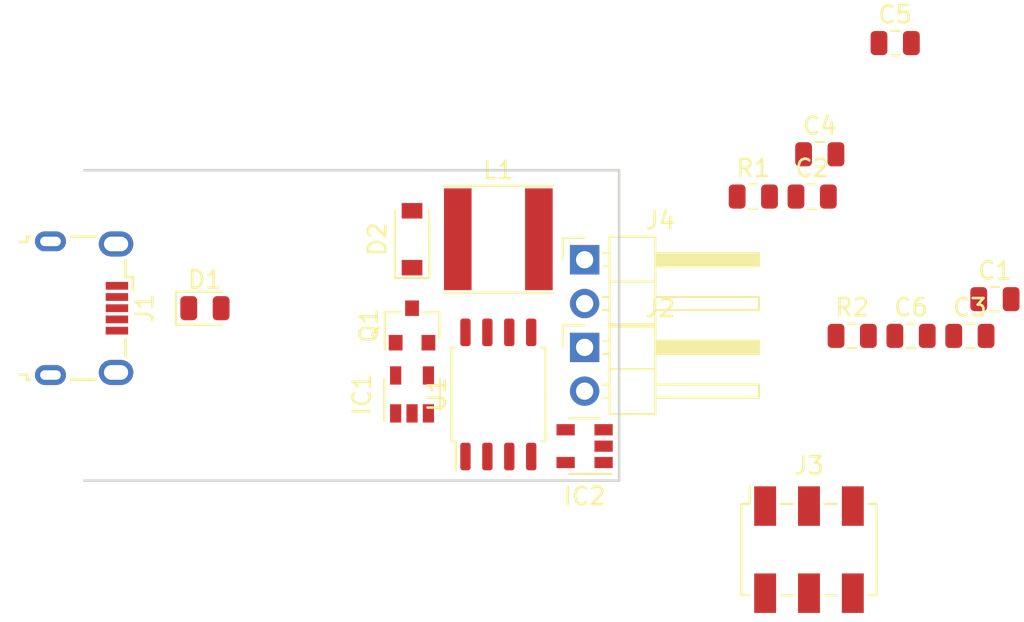
<source format=kicad_pcb>
(kicad_pcb (version 20171130) (host pcbnew "(5.0.0)")

  (general
    (thickness 1.6)
    (drawings 3)
    (tracks 0)
    (zones 0)
    (modules 19)
    (nets 15)
  )

  (page A4)
  (layers
    (0 F.Cu signal)
    (31 B.Cu signal)
    (32 B.Adhes user hide)
    (33 F.Adhes user hide)
    (34 B.Paste user hide)
    (35 F.Paste user hide)
    (36 B.SilkS user hide)
    (37 F.SilkS user)
    (38 B.Mask user hide)
    (39 F.Mask user hide)
    (40 Dwgs.User user hide)
    (41 Cmts.User user hide)
    (42 Eco1.User user hide)
    (43 Eco2.User user hide)
    (44 Edge.Cuts user)
    (45 Margin user hide)
    (46 B.CrtYd user hide)
    (47 F.CrtYd user hide)
    (48 B.Fab user hide)
    (49 F.Fab user hide)
  )

  (setup
    (last_trace_width 0.25)
    (trace_clearance 0.2)
    (zone_clearance 0.508)
    (zone_45_only no)
    (trace_min 0.2)
    (segment_width 0.2)
    (edge_width 0.15)
    (via_size 0.8)
    (via_drill 0.4)
    (via_min_size 0.4)
    (via_min_drill 0.3)
    (uvia_size 0.3)
    (uvia_drill 0.1)
    (uvias_allowed no)
    (uvia_min_size 0.2)
    (uvia_min_drill 0.1)
    (pcb_text_width 0.3)
    (pcb_text_size 1.5 1.5)
    (mod_edge_width 0.15)
    (mod_text_size 1 1)
    (mod_text_width 0.15)
    (pad_size 1.524 1.524)
    (pad_drill 0.762)
    (pad_to_mask_clearance 0.2)
    (aux_axis_origin 0 0)
    (visible_elements FFFFF77F)
    (pcbplotparams
      (layerselection 0x010fc_ffffffff)
      (usegerberextensions false)
      (usegerberattributes false)
      (usegerberadvancedattributes false)
      (creategerberjobfile false)
      (excludeedgelayer true)
      (linewidth 0.100000)
      (plotframeref false)
      (viasonmask false)
      (mode 1)
      (useauxorigin false)
      (hpglpennumber 1)
      (hpglpenspeed 20)
      (hpglpendiameter 15.000000)
      (psnegative false)
      (psa4output false)
      (plotreference true)
      (plotvalue true)
      (plotinvisibletext false)
      (padsonsilk false)
      (subtractmaskfromsilk false)
      (outputformat 1)
      (mirror false)
      (drillshape 1)
      (scaleselection 1)
      (outputdirectory ""))
  )

  (net 0 "")
  (net 1 GND)
  (net 2 "Net-(J3-Pad4)")
  (net 3 "Net-(D1-Pad2)")
  (net 4 "Net-(J3-Pad1)")
  (net 5 "Net-(IC2-Pad1)")
  (net 6 "Net-(IC2-Pad3)")
  (net 7 +BATT)
  (net 8 "Net-(IC2-Pad5)")
  (net 9 "Net-(C1-Pad2)")
  (net 10 "Net-(D2-Pad2)")
  (net 11 "Net-(C5-Pad2)")
  (net 12 "Net-(C6-Pad1)")
  (net 13 "Net-(J1-Pad2)")
  (net 14 "Net-(J1-Pad4)")

  (net_class Default "Dies ist die voreingestellte Netzklasse."
    (clearance 0.2)
    (trace_width 0.25)
    (via_dia 0.8)
    (via_drill 0.4)
    (uvia_dia 0.3)
    (uvia_drill 0.1)
    (add_net +BATT)
    (add_net GND)
    (add_net "Net-(C1-Pad2)")
    (add_net "Net-(C5-Pad2)")
    (add_net "Net-(C6-Pad1)")
    (add_net "Net-(D1-Pad2)")
    (add_net "Net-(D2-Pad2)")
    (add_net "Net-(IC2-Pad1)")
    (add_net "Net-(IC2-Pad3)")
    (add_net "Net-(IC2-Pad5)")
    (add_net "Net-(J1-Pad2)")
    (add_net "Net-(J1-Pad4)")
    (add_net "Net-(J3-Pad1)")
    (add_net "Net-(J3-Pad4)")
  )

  (module Capacitor_SMD:C_0805_2012Metric (layer F.Cu) (tedit 5B36C52B) (tstamp 5D99157C)
    (at 184.775001 90.475001)
    (descr "Capacitor SMD 0805 (2012 Metric), square (rectangular) end terminal, IPC_7351 nominal, (Body size source: https://docs.google.com/spreadsheets/d/1BsfQQcO9C6DZCsRaXUlFlo91Tg2WpOkGARC1WS5S8t0/edit?usp=sharing), generated with kicad-footprint-generator")
    (tags capacitor)
    (path /5D8B6C3E)
    (attr smd)
    (fp_text reference C1 (at 0 -1.65) (layer F.SilkS)
      (effects (font (size 1 1) (thickness 0.15)))
    )
    (fp_text value 1u/6V3 (at 0 1.65) (layer F.Fab)
      (effects (font (size 1 1) (thickness 0.15)))
    )
    (fp_text user %R (at 0 0) (layer F.Fab)
      (effects (font (size 0.5 0.5) (thickness 0.08)))
    )
    (fp_line (start 1.68 0.95) (end -1.68 0.95) (layer F.CrtYd) (width 0.05))
    (fp_line (start 1.68 -0.95) (end 1.68 0.95) (layer F.CrtYd) (width 0.05))
    (fp_line (start -1.68 -0.95) (end 1.68 -0.95) (layer F.CrtYd) (width 0.05))
    (fp_line (start -1.68 0.95) (end -1.68 -0.95) (layer F.CrtYd) (width 0.05))
    (fp_line (start -0.258578 0.71) (end 0.258578 0.71) (layer F.SilkS) (width 0.12))
    (fp_line (start -0.258578 -0.71) (end 0.258578 -0.71) (layer F.SilkS) (width 0.12))
    (fp_line (start 1 0.6) (end -1 0.6) (layer F.Fab) (width 0.1))
    (fp_line (start 1 -0.6) (end 1 0.6) (layer F.Fab) (width 0.1))
    (fp_line (start -1 -0.6) (end 1 -0.6) (layer F.Fab) (width 0.1))
    (fp_line (start -1 0.6) (end -1 -0.6) (layer F.Fab) (width 0.1))
    (pad 2 smd roundrect (at 0.9375 0) (size 0.975 1.4) (layers F.Cu F.Paste F.Mask) (roundrect_rratio 0.25)
      (net 9 "Net-(C1-Pad2)"))
    (pad 1 smd roundrect (at -0.9375 0) (size 0.975 1.4) (layers F.Cu F.Paste F.Mask) (roundrect_rratio 0.25)
      (net 1 GND))
    (model ${KISYS3DMOD}/Capacitor_SMD.3dshapes/C_0805_2012Metric.wrl
      (at (xyz 0 0 0))
      (scale (xyz 1 1 1))
      (rotate (xyz 0 0 0))
    )
  )

  (module Capacitor_SMD:C_0805_2012Metric (layer F.Cu) (tedit 5B36C52B) (tstamp 5D990AAD)
    (at 174.185001 84.525001)
    (descr "Capacitor SMD 0805 (2012 Metric), square (rectangular) end terminal, IPC_7351 nominal, (Body size source: https://docs.google.com/spreadsheets/d/1BsfQQcO9C6DZCsRaXUlFlo91Tg2WpOkGARC1WS5S8t0/edit?usp=sharing), generated with kicad-footprint-generator")
    (tags capacitor)
    (path /5D8B471C)
    (attr smd)
    (fp_text reference C2 (at 0 -1.65) (layer F.SilkS)
      (effects (font (size 1 1) (thickness 0.15)))
    )
    (fp_text value 1u/6V3 (at 0 1.65) (layer F.Fab)
      (effects (font (size 1 1) (thickness 0.15)))
    )
    (fp_line (start -1 0.6) (end -1 -0.6) (layer F.Fab) (width 0.1))
    (fp_line (start -1 -0.6) (end 1 -0.6) (layer F.Fab) (width 0.1))
    (fp_line (start 1 -0.6) (end 1 0.6) (layer F.Fab) (width 0.1))
    (fp_line (start 1 0.6) (end -1 0.6) (layer F.Fab) (width 0.1))
    (fp_line (start -0.258578 -0.71) (end 0.258578 -0.71) (layer F.SilkS) (width 0.12))
    (fp_line (start -0.258578 0.71) (end 0.258578 0.71) (layer F.SilkS) (width 0.12))
    (fp_line (start -1.68 0.95) (end -1.68 -0.95) (layer F.CrtYd) (width 0.05))
    (fp_line (start -1.68 -0.95) (end 1.68 -0.95) (layer F.CrtYd) (width 0.05))
    (fp_line (start 1.68 -0.95) (end 1.68 0.95) (layer F.CrtYd) (width 0.05))
    (fp_line (start 1.68 0.95) (end -1.68 0.95) (layer F.CrtYd) (width 0.05))
    (fp_text user %R (at 0 0) (layer F.Fab)
      (effects (font (size 0.5 0.5) (thickness 0.08)))
    )
    (pad 1 smd roundrect (at -0.9375 0) (size 0.975 1.4) (layers F.Cu F.Paste F.Mask) (roundrect_rratio 0.25)
      (net 1 GND))
    (pad 2 smd roundrect (at 0.9375 0) (size 0.975 1.4) (layers F.Cu F.Paste F.Mask) (roundrect_rratio 0.25)
      (net 7 +BATT))
    (model ${KISYS3DMOD}/Capacitor_SMD.3dshapes/C_0805_2012Metric.wrl
      (at (xyz 0 0 0))
      (scale (xyz 1 1 1))
      (rotate (xyz 0 0 0))
    )
  )

  (module Capacitor_SMD:C_0805_2012Metric (layer F.Cu) (tedit 5B36C52B) (tstamp 5D99151C)
    (at 183.325001 92.605001)
    (descr "Capacitor SMD 0805 (2012 Metric), square (rectangular) end terminal, IPC_7351 nominal, (Body size source: https://docs.google.com/spreadsheets/d/1BsfQQcO9C6DZCsRaXUlFlo91Tg2WpOkGARC1WS5S8t0/edit?usp=sharing), generated with kicad-footprint-generator")
    (tags capacitor)
    (path /5D6D1D15)
    (attr smd)
    (fp_text reference C3 (at 0 -1.65) (layer F.SilkS)
      (effects (font (size 1 1) (thickness 0.15)))
    )
    (fp_text value 100n (at 0 1.65) (layer F.Fab)
      (effects (font (size 1 1) (thickness 0.15)))
    )
    (fp_text user %R (at 0 0) (layer F.Fab)
      (effects (font (size 0.5 0.5) (thickness 0.08)))
    )
    (fp_line (start 1.68 0.95) (end -1.68 0.95) (layer F.CrtYd) (width 0.05))
    (fp_line (start 1.68 -0.95) (end 1.68 0.95) (layer F.CrtYd) (width 0.05))
    (fp_line (start -1.68 -0.95) (end 1.68 -0.95) (layer F.CrtYd) (width 0.05))
    (fp_line (start -1.68 0.95) (end -1.68 -0.95) (layer F.CrtYd) (width 0.05))
    (fp_line (start -0.258578 0.71) (end 0.258578 0.71) (layer F.SilkS) (width 0.12))
    (fp_line (start -0.258578 -0.71) (end 0.258578 -0.71) (layer F.SilkS) (width 0.12))
    (fp_line (start 1 0.6) (end -1 0.6) (layer F.Fab) (width 0.1))
    (fp_line (start 1 -0.6) (end 1 0.6) (layer F.Fab) (width 0.1))
    (fp_line (start -1 -0.6) (end 1 -0.6) (layer F.Fab) (width 0.1))
    (fp_line (start -1 0.6) (end -1 -0.6) (layer F.Fab) (width 0.1))
    (pad 2 smd roundrect (at 0.9375 0) (size 0.975 1.4) (layers F.Cu F.Paste F.Mask) (roundrect_rratio 0.25)
      (net 1 GND))
    (pad 1 smd roundrect (at -0.9375 0) (size 0.975 1.4) (layers F.Cu F.Paste F.Mask) (roundrect_rratio 0.25)
      (net 7 +BATT))
    (model ${KISYS3DMOD}/Capacitor_SMD.3dshapes/C_0805_2012Metric.wrl
      (at (xyz 0 0 0))
      (scale (xyz 1 1 1))
      (rotate (xyz 0 0 0))
    )
  )

  (module Capacitor_SMD:C_0805_2012Metric (layer F.Cu) (tedit 5B36C52B) (tstamp 5D990A8B)
    (at 174.625001 82.075001)
    (descr "Capacitor SMD 0805 (2012 Metric), square (rectangular) end terminal, IPC_7351 nominal, (Body size source: https://docs.google.com/spreadsheets/d/1BsfQQcO9C6DZCsRaXUlFlo91Tg2WpOkGARC1WS5S8t0/edit?usp=sharing), generated with kicad-footprint-generator")
    (tags capacitor)
    (path /5D6D33AA)
    (attr smd)
    (fp_text reference C4 (at 0 -1.65) (layer F.SilkS)
      (effects (font (size 1 1) (thickness 0.15)))
    )
    (fp_text value 10u/6V3 (at 0 1.65) (layer F.Fab)
      (effects (font (size 1 1) (thickness 0.15)))
    )
    (fp_line (start -1 0.6) (end -1 -0.6) (layer F.Fab) (width 0.1))
    (fp_line (start -1 -0.6) (end 1 -0.6) (layer F.Fab) (width 0.1))
    (fp_line (start 1 -0.6) (end 1 0.6) (layer F.Fab) (width 0.1))
    (fp_line (start 1 0.6) (end -1 0.6) (layer F.Fab) (width 0.1))
    (fp_line (start -0.258578 -0.71) (end 0.258578 -0.71) (layer F.SilkS) (width 0.12))
    (fp_line (start -0.258578 0.71) (end 0.258578 0.71) (layer F.SilkS) (width 0.12))
    (fp_line (start -1.68 0.95) (end -1.68 -0.95) (layer F.CrtYd) (width 0.05))
    (fp_line (start -1.68 -0.95) (end 1.68 -0.95) (layer F.CrtYd) (width 0.05))
    (fp_line (start 1.68 -0.95) (end 1.68 0.95) (layer F.CrtYd) (width 0.05))
    (fp_line (start 1.68 0.95) (end -1.68 0.95) (layer F.CrtYd) (width 0.05))
    (fp_text user %R (at 0 0) (layer F.Fab)
      (effects (font (size 0.5 0.5) (thickness 0.08)))
    )
    (pad 1 smd roundrect (at -0.9375 0) (size 0.975 1.4) (layers F.Cu F.Paste F.Mask) (roundrect_rratio 0.25)
      (net 1 GND))
    (pad 2 smd roundrect (at 0.9375 0) (size 0.975 1.4) (layers F.Cu F.Paste F.Mask) (roundrect_rratio 0.25)
      (net 7 +BATT))
    (model ${KISYS3DMOD}/Capacitor_SMD.3dshapes/C_0805_2012Metric.wrl
      (at (xyz 0 0 0))
      (scale (xyz 1 1 1))
      (rotate (xyz 0 0 0))
    )
  )

  (module Capacitor_SMD:C_0805_2012Metric (layer F.Cu) (tedit 5B36C52B) (tstamp 5D990A7A)
    (at 178.995001 75.625001)
    (descr "Capacitor SMD 0805 (2012 Metric), square (rectangular) end terminal, IPC_7351 nominal, (Body size source: https://docs.google.com/spreadsheets/d/1BsfQQcO9C6DZCsRaXUlFlo91Tg2WpOkGARC1WS5S8t0/edit?usp=sharing), generated with kicad-footprint-generator")
    (tags capacitor)
    (path /5D6D1F22)
    (attr smd)
    (fp_text reference C5 (at 0 -1.65) (layer F.SilkS)
      (effects (font (size 1 1) (thickness 0.15)))
    )
    (fp_text value 10n (at 0 1.65) (layer F.Fab)
      (effects (font (size 1 1) (thickness 0.15)))
    )
    (fp_text user %R (at 0 0) (layer F.Fab)
      (effects (font (size 0.5 0.5) (thickness 0.08)))
    )
    (fp_line (start 1.68 0.95) (end -1.68 0.95) (layer F.CrtYd) (width 0.05))
    (fp_line (start 1.68 -0.95) (end 1.68 0.95) (layer F.CrtYd) (width 0.05))
    (fp_line (start -1.68 -0.95) (end 1.68 -0.95) (layer F.CrtYd) (width 0.05))
    (fp_line (start -1.68 0.95) (end -1.68 -0.95) (layer F.CrtYd) (width 0.05))
    (fp_line (start -0.258578 0.71) (end 0.258578 0.71) (layer F.SilkS) (width 0.12))
    (fp_line (start -0.258578 -0.71) (end 0.258578 -0.71) (layer F.SilkS) (width 0.12))
    (fp_line (start 1 0.6) (end -1 0.6) (layer F.Fab) (width 0.1))
    (fp_line (start 1 -0.6) (end 1 0.6) (layer F.Fab) (width 0.1))
    (fp_line (start -1 -0.6) (end 1 -0.6) (layer F.Fab) (width 0.1))
    (fp_line (start -1 0.6) (end -1 -0.6) (layer F.Fab) (width 0.1))
    (pad 2 smd roundrect (at 0.9375 0) (size 0.975 1.4) (layers F.Cu F.Paste F.Mask) (roundrect_rratio 0.25)
      (net 11 "Net-(C5-Pad2)"))
    (pad 1 smd roundrect (at -0.9375 0) (size 0.975 1.4) (layers F.Cu F.Paste F.Mask) (roundrect_rratio 0.25)
      (net 1 GND))
    (model ${KISYS3DMOD}/Capacitor_SMD.3dshapes/C_0805_2012Metric.wrl
      (at (xyz 0 0 0))
      (scale (xyz 1 1 1))
      (rotate (xyz 0 0 0))
    )
  )

  (module Capacitor_SMD:C_0805_2012Metric (layer F.Cu) (tedit 5B36C52B) (tstamp 5D99154C)
    (at 179.915001 92.605001)
    (descr "Capacitor SMD 0805 (2012 Metric), square (rectangular) end terminal, IPC_7351 nominal, (Body size source: https://docs.google.com/spreadsheets/d/1BsfQQcO9C6DZCsRaXUlFlo91Tg2WpOkGARC1WS5S8t0/edit?usp=sharing), generated with kicad-footprint-generator")
    (tags capacitor)
    (path /5D6D314E)
    (attr smd)
    (fp_text reference C6 (at 0 -1.65) (layer F.SilkS)
      (effects (font (size 1 1) (thickness 0.15)))
    )
    (fp_text value 10u/25V (at 0 1.65) (layer F.Fab)
      (effects (font (size 1 1) (thickness 0.15)))
    )
    (fp_line (start -1 0.6) (end -1 -0.6) (layer F.Fab) (width 0.1))
    (fp_line (start -1 -0.6) (end 1 -0.6) (layer F.Fab) (width 0.1))
    (fp_line (start 1 -0.6) (end 1 0.6) (layer F.Fab) (width 0.1))
    (fp_line (start 1 0.6) (end -1 0.6) (layer F.Fab) (width 0.1))
    (fp_line (start -0.258578 -0.71) (end 0.258578 -0.71) (layer F.SilkS) (width 0.12))
    (fp_line (start -0.258578 0.71) (end 0.258578 0.71) (layer F.SilkS) (width 0.12))
    (fp_line (start -1.68 0.95) (end -1.68 -0.95) (layer F.CrtYd) (width 0.05))
    (fp_line (start -1.68 -0.95) (end 1.68 -0.95) (layer F.CrtYd) (width 0.05))
    (fp_line (start 1.68 -0.95) (end 1.68 0.95) (layer F.CrtYd) (width 0.05))
    (fp_line (start 1.68 0.95) (end -1.68 0.95) (layer F.CrtYd) (width 0.05))
    (fp_text user %R (at 0 0) (layer F.Fab)
      (effects (font (size 0.5 0.5) (thickness 0.08)))
    )
    (pad 1 smd roundrect (at -0.9375 0) (size 0.975 1.4) (layers F.Cu F.Paste F.Mask) (roundrect_rratio 0.25)
      (net 12 "Net-(C6-Pad1)"))
    (pad 2 smd roundrect (at 0.9375 0) (size 0.975 1.4) (layers F.Cu F.Paste F.Mask) (roundrect_rratio 0.25)
      (net 1 GND))
    (model ${KISYS3DMOD}/Capacitor_SMD.3dshapes/C_0805_2012Metric.wrl
      (at (xyz 0 0 0))
      (scale (xyz 1 1 1))
      (rotate (xyz 0 0 0))
    )
  )

  (module Connector_PinHeader_2.54mm:PinHeader_1x02_P2.54mm_Horizontal (layer F.Cu) (tedit 59FED5CB) (tstamp 5D990A58)
    (at 161 88.19)
    (descr "Through hole angled pin header, 1x02, 2.54mm pitch, 6mm pin length, single row")
    (tags "Through hole angled pin header THT 1x02 2.54mm single row")
    (path /5D8BA470)
    (fp_text reference J4 (at 4.385 -2.27) (layer F.SilkS)
      (effects (font (size 1 1) (thickness 0.15)))
    )
    (fp_text value Fan (at 4.385 4.81) (layer F.Fab)
      (effects (font (size 1 1) (thickness 0.15)))
    )
    (fp_text user %R (at 2.77 1.27 90) (layer F.Fab)
      (effects (font (size 1 1) (thickness 0.15)))
    )
    (fp_line (start 10.55 -1.8) (end -1.8 -1.8) (layer F.CrtYd) (width 0.05))
    (fp_line (start 10.55 4.35) (end 10.55 -1.8) (layer F.CrtYd) (width 0.05))
    (fp_line (start -1.8 4.35) (end 10.55 4.35) (layer F.CrtYd) (width 0.05))
    (fp_line (start -1.8 -1.8) (end -1.8 4.35) (layer F.CrtYd) (width 0.05))
    (fp_line (start -1.27 -1.27) (end 0 -1.27) (layer F.SilkS) (width 0.12))
    (fp_line (start -1.27 0) (end -1.27 -1.27) (layer F.SilkS) (width 0.12))
    (fp_line (start 1.042929 2.92) (end 1.44 2.92) (layer F.SilkS) (width 0.12))
    (fp_line (start 1.042929 2.16) (end 1.44 2.16) (layer F.SilkS) (width 0.12))
    (fp_line (start 10.1 2.92) (end 4.1 2.92) (layer F.SilkS) (width 0.12))
    (fp_line (start 10.1 2.16) (end 10.1 2.92) (layer F.SilkS) (width 0.12))
    (fp_line (start 4.1 2.16) (end 10.1 2.16) (layer F.SilkS) (width 0.12))
    (fp_line (start 1.44 1.27) (end 4.1 1.27) (layer F.SilkS) (width 0.12))
    (fp_line (start 1.11 0.38) (end 1.44 0.38) (layer F.SilkS) (width 0.12))
    (fp_line (start 1.11 -0.38) (end 1.44 -0.38) (layer F.SilkS) (width 0.12))
    (fp_line (start 4.1 0.28) (end 10.1 0.28) (layer F.SilkS) (width 0.12))
    (fp_line (start 4.1 0.16) (end 10.1 0.16) (layer F.SilkS) (width 0.12))
    (fp_line (start 4.1 0.04) (end 10.1 0.04) (layer F.SilkS) (width 0.12))
    (fp_line (start 4.1 -0.08) (end 10.1 -0.08) (layer F.SilkS) (width 0.12))
    (fp_line (start 4.1 -0.2) (end 10.1 -0.2) (layer F.SilkS) (width 0.12))
    (fp_line (start 4.1 -0.32) (end 10.1 -0.32) (layer F.SilkS) (width 0.12))
    (fp_line (start 10.1 0.38) (end 4.1 0.38) (layer F.SilkS) (width 0.12))
    (fp_line (start 10.1 -0.38) (end 10.1 0.38) (layer F.SilkS) (width 0.12))
    (fp_line (start 4.1 -0.38) (end 10.1 -0.38) (layer F.SilkS) (width 0.12))
    (fp_line (start 4.1 -1.33) (end 1.44 -1.33) (layer F.SilkS) (width 0.12))
    (fp_line (start 4.1 3.87) (end 4.1 -1.33) (layer F.SilkS) (width 0.12))
    (fp_line (start 1.44 3.87) (end 4.1 3.87) (layer F.SilkS) (width 0.12))
    (fp_line (start 1.44 -1.33) (end 1.44 3.87) (layer F.SilkS) (width 0.12))
    (fp_line (start 4.04 2.86) (end 10.04 2.86) (layer F.Fab) (width 0.1))
    (fp_line (start 10.04 2.22) (end 10.04 2.86) (layer F.Fab) (width 0.1))
    (fp_line (start 4.04 2.22) (end 10.04 2.22) (layer F.Fab) (width 0.1))
    (fp_line (start -0.32 2.86) (end 1.5 2.86) (layer F.Fab) (width 0.1))
    (fp_line (start -0.32 2.22) (end -0.32 2.86) (layer F.Fab) (width 0.1))
    (fp_line (start -0.32 2.22) (end 1.5 2.22) (layer F.Fab) (width 0.1))
    (fp_line (start 4.04 0.32) (end 10.04 0.32) (layer F.Fab) (width 0.1))
    (fp_line (start 10.04 -0.32) (end 10.04 0.32) (layer F.Fab) (width 0.1))
    (fp_line (start 4.04 -0.32) (end 10.04 -0.32) (layer F.Fab) (width 0.1))
    (fp_line (start -0.32 0.32) (end 1.5 0.32) (layer F.Fab) (width 0.1))
    (fp_line (start -0.32 -0.32) (end -0.32 0.32) (layer F.Fab) (width 0.1))
    (fp_line (start -0.32 -0.32) (end 1.5 -0.32) (layer F.Fab) (width 0.1))
    (fp_line (start 1.5 -0.635) (end 2.135 -1.27) (layer F.Fab) (width 0.1))
    (fp_line (start 1.5 3.81) (end 1.5 -0.635) (layer F.Fab) (width 0.1))
    (fp_line (start 4.04 3.81) (end 1.5 3.81) (layer F.Fab) (width 0.1))
    (fp_line (start 4.04 -1.27) (end 4.04 3.81) (layer F.Fab) (width 0.1))
    (fp_line (start 2.135 -1.27) (end 4.04 -1.27) (layer F.Fab) (width 0.1))
    (pad 2 thru_hole oval (at 0 2.54) (size 1.7 1.7) (drill 1) (layers *.Cu *.Mask)
      (net 1 GND))
    (pad 1 thru_hole rect (at 0 0) (size 1.7 1.7) (drill 1) (layers *.Cu *.Mask)
      (net 12 "Net-(C6-Pad1)"))
    (model ${KISYS3DMOD}/Connector_PinHeader_2.54mm.3dshapes/PinHeader_1x02_P2.54mm_Horizontal.wrl
      (at (xyz 0 0 0))
      (scale (xyz 1 1 1))
      (rotate (xyz 0 0 0))
    )
  )

  (module Connector_PinHeader_2.54mm:PinHeader_1x02_P2.54mm_Horizontal (layer F.Cu) (tedit 59FED5CB) (tstamp 5D990D88)
    (at 161 93.27)
    (descr "Through hole angled pin header, 1x02, 2.54mm pitch, 6mm pin length, single row")
    (tags "Through hole angled pin header THT 1x02 2.54mm single row")
    (path /5D8B52A8)
    (fp_text reference J2 (at 4.385 -2.27) (layer F.SilkS)
      (effects (font (size 1 1) (thickness 0.15)))
    )
    (fp_text value Battery (at 4.385 4.81) (layer F.Fab)
      (effects (font (size 1 1) (thickness 0.15)))
    )
    (fp_line (start 2.135 -1.27) (end 4.04 -1.27) (layer F.Fab) (width 0.1))
    (fp_line (start 4.04 -1.27) (end 4.04 3.81) (layer F.Fab) (width 0.1))
    (fp_line (start 4.04 3.81) (end 1.5 3.81) (layer F.Fab) (width 0.1))
    (fp_line (start 1.5 3.81) (end 1.5 -0.635) (layer F.Fab) (width 0.1))
    (fp_line (start 1.5 -0.635) (end 2.135 -1.27) (layer F.Fab) (width 0.1))
    (fp_line (start -0.32 -0.32) (end 1.5 -0.32) (layer F.Fab) (width 0.1))
    (fp_line (start -0.32 -0.32) (end -0.32 0.32) (layer F.Fab) (width 0.1))
    (fp_line (start -0.32 0.32) (end 1.5 0.32) (layer F.Fab) (width 0.1))
    (fp_line (start 4.04 -0.32) (end 10.04 -0.32) (layer F.Fab) (width 0.1))
    (fp_line (start 10.04 -0.32) (end 10.04 0.32) (layer F.Fab) (width 0.1))
    (fp_line (start 4.04 0.32) (end 10.04 0.32) (layer F.Fab) (width 0.1))
    (fp_line (start -0.32 2.22) (end 1.5 2.22) (layer F.Fab) (width 0.1))
    (fp_line (start -0.32 2.22) (end -0.32 2.86) (layer F.Fab) (width 0.1))
    (fp_line (start -0.32 2.86) (end 1.5 2.86) (layer F.Fab) (width 0.1))
    (fp_line (start 4.04 2.22) (end 10.04 2.22) (layer F.Fab) (width 0.1))
    (fp_line (start 10.04 2.22) (end 10.04 2.86) (layer F.Fab) (width 0.1))
    (fp_line (start 4.04 2.86) (end 10.04 2.86) (layer F.Fab) (width 0.1))
    (fp_line (start 1.44 -1.33) (end 1.44 3.87) (layer F.SilkS) (width 0.12))
    (fp_line (start 1.44 3.87) (end 4.1 3.87) (layer F.SilkS) (width 0.12))
    (fp_line (start 4.1 3.87) (end 4.1 -1.33) (layer F.SilkS) (width 0.12))
    (fp_line (start 4.1 -1.33) (end 1.44 -1.33) (layer F.SilkS) (width 0.12))
    (fp_line (start 4.1 -0.38) (end 10.1 -0.38) (layer F.SilkS) (width 0.12))
    (fp_line (start 10.1 -0.38) (end 10.1 0.38) (layer F.SilkS) (width 0.12))
    (fp_line (start 10.1 0.38) (end 4.1 0.38) (layer F.SilkS) (width 0.12))
    (fp_line (start 4.1 -0.32) (end 10.1 -0.32) (layer F.SilkS) (width 0.12))
    (fp_line (start 4.1 -0.2) (end 10.1 -0.2) (layer F.SilkS) (width 0.12))
    (fp_line (start 4.1 -0.08) (end 10.1 -0.08) (layer F.SilkS) (width 0.12))
    (fp_line (start 4.1 0.04) (end 10.1 0.04) (layer F.SilkS) (width 0.12))
    (fp_line (start 4.1 0.16) (end 10.1 0.16) (layer F.SilkS) (width 0.12))
    (fp_line (start 4.1 0.28) (end 10.1 0.28) (layer F.SilkS) (width 0.12))
    (fp_line (start 1.11 -0.38) (end 1.44 -0.38) (layer F.SilkS) (width 0.12))
    (fp_line (start 1.11 0.38) (end 1.44 0.38) (layer F.SilkS) (width 0.12))
    (fp_line (start 1.44 1.27) (end 4.1 1.27) (layer F.SilkS) (width 0.12))
    (fp_line (start 4.1 2.16) (end 10.1 2.16) (layer F.SilkS) (width 0.12))
    (fp_line (start 10.1 2.16) (end 10.1 2.92) (layer F.SilkS) (width 0.12))
    (fp_line (start 10.1 2.92) (end 4.1 2.92) (layer F.SilkS) (width 0.12))
    (fp_line (start 1.042929 2.16) (end 1.44 2.16) (layer F.SilkS) (width 0.12))
    (fp_line (start 1.042929 2.92) (end 1.44 2.92) (layer F.SilkS) (width 0.12))
    (fp_line (start -1.27 0) (end -1.27 -1.27) (layer F.SilkS) (width 0.12))
    (fp_line (start -1.27 -1.27) (end 0 -1.27) (layer F.SilkS) (width 0.12))
    (fp_line (start -1.8 -1.8) (end -1.8 4.35) (layer F.CrtYd) (width 0.05))
    (fp_line (start -1.8 4.35) (end 10.55 4.35) (layer F.CrtYd) (width 0.05))
    (fp_line (start 10.55 4.35) (end 10.55 -1.8) (layer F.CrtYd) (width 0.05))
    (fp_line (start 10.55 -1.8) (end -1.8 -1.8) (layer F.CrtYd) (width 0.05))
    (fp_text user %R (at 2.77 1.27 90) (layer F.Fab)
      (effects (font (size 1 1) (thickness 0.15)))
    )
    (pad 1 thru_hole rect (at 0 0) (size 1.7 1.7) (drill 1) (layers *.Cu *.Mask)
      (net 7 +BATT))
    (pad 2 thru_hole oval (at 0 2.54) (size 1.7 1.7) (drill 1) (layers *.Cu *.Mask)
      (net 1 GND))
    (model ${KISYS3DMOD}/Connector_PinHeader_2.54mm.3dshapes/PinHeader_1x02_P2.54mm_Horizontal.wrl
      (at (xyz 0 0 0))
      (scale (xyz 1 1 1))
      (rotate (xyz 0 0 0))
    )
  )

  (module Connector_Samtec_HLE_SMD:Samtec_HLE-103-02-xxx-DV_2x03_P2.54mm_Horizontal (layer F.Cu) (tedit 5B5713AE) (tstamp 5D9909F2)
    (at 174 105)
    (descr "Samtec HLE .100\" Tiger Beam Cost-effective Single Beam Socket Strip, HLE-103-02-xxx-DV, 3 Pins per row (http://suddendocs.samtec.com/prints/hle-1xx-02-xxx-dv-xx-xx-xx-mkt.pdf, http://suddendocs.samtec.com/prints/hle-dv-footprint.pdf), generated with kicad-footprint-generator")
    (tags "connector Samtec HLE top entry")
    (path /5D6D19DF)
    (attr smd)
    (fp_text reference J3 (at 0 -4.87) (layer F.SilkS)
      (effects (font (size 1 1) (thickness 0.15)))
    )
    (fp_text value AVR-ISP-6 (at 0 4.87) (layer F.Fab)
      (effects (font (size 1 1) (thickness 0.15)))
    )
    (fp_line (start -3.81 -2.54) (end 3.81 -2.54) (layer F.Fab) (width 0.1))
    (fp_line (start 3.81 -2.54) (end 3.81 2.54) (layer F.Fab) (width 0.1))
    (fp_line (start 3.81 2.54) (end -3.81 2.54) (layer F.Fab) (width 0.1))
    (fp_line (start -3.81 2.54) (end -3.81 -2.54) (layer F.Fab) (width 0.1))
    (fp_line (start -3.04 -2.54) (end -2.54 -1.832893) (layer F.Fab) (width 0.1))
    (fp_line (start -2.54 -1.832893) (end -2.04 -2.54) (layer F.Fab) (width 0.1))
    (fp_line (start -3.435 -3.67) (end -3.435 -2.65) (layer F.SilkS) (width 0.12))
    (fp_line (start -3.435 -2.65) (end -3.92 -2.65) (layer F.SilkS) (width 0.12))
    (fp_line (start -3.92 -2.65) (end -3.92 2.65) (layer F.SilkS) (width 0.12))
    (fp_line (start -3.92 2.65) (end -3.435 2.65) (layer F.SilkS) (width 0.12))
    (fp_line (start 3.435 -2.65) (end 3.92 -2.65) (layer F.SilkS) (width 0.12))
    (fp_line (start 3.92 -2.65) (end 3.92 2.65) (layer F.SilkS) (width 0.12))
    (fp_line (start 3.92 2.65) (end 3.435 2.65) (layer F.SilkS) (width 0.12))
    (fp_line (start -1.645 -2.65) (end -0.895 -2.65) (layer F.SilkS) (width 0.12))
    (fp_line (start -1.645 2.65) (end -0.895 2.65) (layer F.SilkS) (width 0.12))
    (fp_line (start 0.895 -2.65) (end 1.645 -2.65) (layer F.SilkS) (width 0.12))
    (fp_line (start 0.895 2.65) (end 1.645 2.65) (layer F.SilkS) (width 0.12))
    (fp_line (start -4.31 -4.17) (end 4.31 -4.17) (layer F.CrtYd) (width 0.05))
    (fp_line (start 4.31 -4.17) (end 4.31 4.17) (layer F.CrtYd) (width 0.05))
    (fp_line (start 4.31 4.17) (end -4.31 4.17) (layer F.CrtYd) (width 0.05))
    (fp_line (start -4.31 4.17) (end -4.31 -4.17) (layer F.CrtYd) (width 0.05))
    (fp_text user %R (at 0 1.84) (layer F.Fab)
      (effects (font (size 1 1) (thickness 0.15)))
    )
    (pad 1 smd rect (at -2.54 -2.525) (size 1.27 2.29) (layers F.Cu F.Paste F.Mask)
      (net 4 "Net-(J3-Pad1)"))
    (pad 3 smd rect (at 0 -2.525) (size 1.27 2.29) (layers F.Cu F.Paste F.Mask)
      (net 6 "Net-(IC2-Pad3)"))
    (pad 5 smd rect (at 2.54 -2.525) (size 1.27 2.29) (layers F.Cu F.Paste F.Mask)
      (net 11 "Net-(C5-Pad2)"))
    (pad 2 smd rect (at -2.54 2.525) (size 1.27 2.29) (layers F.Cu F.Paste F.Mask)
      (net 7 +BATT))
    (pad 4 smd rect (at 0 2.525) (size 1.27 2.29) (layers F.Cu F.Paste F.Mask)
      (net 2 "Net-(J3-Pad4)"))
    (pad 6 smd rect (at 2.54 2.525) (size 1.27 2.29) (layers F.Cu F.Paste F.Mask)
      (net 1 GND))
    (model ${KISYS3DMOD}/Connector_Samtec_HLE_SMD.3dshapes/Samtec_HLE-103-02-xxx-DV_2x03_P2.54mm_Horizontal.wrl
      (at (xyz 0 0 0))
      (scale (xyz 1 1 1))
      (rotate (xyz 0 0 0))
    )
  )

  (module Connector_USB:USB_Micro-B_Wuerth_629105150521 (layer F.Cu) (tedit 5A142044) (tstamp 5D9909D2)
    (at 132 91 270)
    (descr "USB Micro-B receptacle, http://www.mouser.com/ds/2/445/629105150521-469306.pdf")
    (tags "usb micro receptacle")
    (path /5D8B5CA5)
    (attr smd)
    (fp_text reference J1 (at 0 -3.5 270) (layer F.SilkS)
      (effects (font (size 1 1) (thickness 0.15)))
    )
    (fp_text value USB (at 0 5.6 270) (layer F.Fab)
      (effects (font (size 1 1) (thickness 0.15)))
    )
    (fp_line (start -4 -2.25) (end -4 3.15) (layer F.Fab) (width 0.15))
    (fp_line (start -4 3.15) (end -3.7 3.15) (layer F.Fab) (width 0.15))
    (fp_line (start -3.7 3.15) (end -3.7 4.35) (layer F.Fab) (width 0.15))
    (fp_line (start -3.7 4.35) (end 3.7 4.35) (layer F.Fab) (width 0.15))
    (fp_line (start 3.7 4.35) (end 3.7 3.15) (layer F.Fab) (width 0.15))
    (fp_line (start 3.7 3.15) (end 4 3.15) (layer F.Fab) (width 0.15))
    (fp_line (start 4 3.15) (end 4 -2.25) (layer F.Fab) (width 0.15))
    (fp_line (start 4 -2.25) (end -4 -2.25) (layer F.Fab) (width 0.15))
    (fp_line (start -2.7 3.75) (end 2.7 3.75) (layer F.Fab) (width 0.15))
    (fp_line (start -1.075 -2.725) (end -1.3 -2.55) (layer F.Fab) (width 0.15))
    (fp_line (start -1.3 -2.55) (end -1.525 -2.725) (layer F.Fab) (width 0.15))
    (fp_line (start -1.525 -2.725) (end -1.525 -2.95) (layer F.Fab) (width 0.15))
    (fp_line (start -1.525 -2.95) (end -1.075 -2.95) (layer F.Fab) (width 0.15))
    (fp_line (start -1.075 -2.95) (end -1.075 -2.725) (layer F.Fab) (width 0.15))
    (fp_line (start -4.15 -0.65) (end -4.15 0.75) (layer F.SilkS) (width 0.15))
    (fp_line (start -4.15 3.15) (end -4.15 3.3) (layer F.SilkS) (width 0.15))
    (fp_line (start -4.15 3.3) (end -3.85 3.3) (layer F.SilkS) (width 0.15))
    (fp_line (start -3.85 3.3) (end -3.85 3.75) (layer F.SilkS) (width 0.15))
    (fp_line (start 3.85 3.75) (end 3.85 3.3) (layer F.SilkS) (width 0.15))
    (fp_line (start 3.85 3.3) (end 4.15 3.3) (layer F.SilkS) (width 0.15))
    (fp_line (start 4.15 3.3) (end 4.15 3.15) (layer F.SilkS) (width 0.15))
    (fp_line (start 4.15 0.75) (end 4.15 -0.65) (layer F.SilkS) (width 0.15))
    (fp_line (start -1.075 -2.825) (end -1.8 -2.825) (layer F.SilkS) (width 0.15))
    (fp_line (start -1.8 -2.825) (end -1.8 -2.4) (layer F.SilkS) (width 0.15))
    (fp_line (start -1.8 -2.4) (end -2.8 -2.4) (layer F.SilkS) (width 0.15))
    (fp_line (start 1.8 -2.4) (end 2.8 -2.4) (layer F.SilkS) (width 0.15))
    (fp_line (start -4.94 -3.34) (end -4.94 4.85) (layer F.CrtYd) (width 0.05))
    (fp_line (start -4.94 4.85) (end 4.95 4.85) (layer F.CrtYd) (width 0.05))
    (fp_line (start 4.95 4.85) (end 4.95 -3.34) (layer F.CrtYd) (width 0.05))
    (fp_line (start 4.95 -3.34) (end -4.94 -3.34) (layer F.CrtYd) (width 0.05))
    (fp_text user %R (at 0 1.05 270) (layer F.Fab)
      (effects (font (size 1 1) (thickness 0.15)))
    )
    (fp_text user "PCB Edge" (at 0 3.75 270) (layer Dwgs.User)
      (effects (font (size 0.5 0.5) (thickness 0.08)))
    )
    (pad 1 smd rect (at -1.3 -1.9 270) (size 0.45 1.3) (layers F.Cu F.Paste F.Mask)
      (net 9 "Net-(C1-Pad2)"))
    (pad 2 smd rect (at -0.65 -1.9 270) (size 0.45 1.3) (layers F.Cu F.Paste F.Mask)
      (net 13 "Net-(J1-Pad2)"))
    (pad 3 smd rect (at 0 -1.9 270) (size 0.45 1.3) (layers F.Cu F.Paste F.Mask)
      (net 13 "Net-(J1-Pad2)"))
    (pad 4 smd rect (at 0.65 -1.9 270) (size 0.45 1.3) (layers F.Cu F.Paste F.Mask)
      (net 14 "Net-(J1-Pad4)"))
    (pad 5 smd rect (at 1.3 -1.9 270) (size 0.45 1.3) (layers F.Cu F.Paste F.Mask)
      (net 1 GND))
    (pad 6 thru_hole oval (at -3.725 -1.85 270) (size 1.45 2) (drill oval 0.85 1.4) (layers *.Cu *.Mask)
      (net 1 GND))
    (pad 6 thru_hole oval (at 3.725 -1.85 270) (size 1.45 2) (drill oval 0.85 1.4) (layers *.Cu *.Mask)
      (net 1 GND))
    (pad 6 thru_hole oval (at -3.875 1.95 270) (size 1.15 1.8) (drill oval 0.55 1.2) (layers *.Cu *.Mask)
      (net 1 GND))
    (pad 6 thru_hole oval (at 3.875 1.95 270) (size 1.15 1.8) (drill oval 0.55 1.2) (layers *.Cu *.Mask)
      (net 1 GND))
    (pad "" np_thru_hole oval (at -2.5 -0.8 270) (size 0.8 0.8) (drill 0.8) (layers *.Cu *.Mask))
    (pad "" np_thru_hole oval (at 2.5 -0.8 270) (size 0.8 0.8) (drill 0.8) (layers *.Cu *.Mask))
    (model ${KISYS3DMOD}/Connector_USB.3dshapes/USB_Micro-B_Wuerth_629105150521.wrl
      (at (xyz 0 0 0))
      (scale (xyz 1 1 1))
      (rotate (xyz 0 0 0))
    )
  )

  (module Diode_SMD:D_SOD-123 (layer F.Cu) (tedit 58645DC7) (tstamp 5D9909A3)
    (at 151 87 90)
    (descr SOD-123)
    (tags SOD-123)
    (path /5D6D2640)
    (attr smd)
    (fp_text reference D2 (at 0 -2 90) (layer F.SilkS)
      (effects (font (size 1 1) (thickness 0.15)))
    )
    (fp_text value DIODE (at 0 2.1 90) (layer F.Fab)
      (effects (font (size 1 1) (thickness 0.15)))
    )
    (fp_text user %R (at 0 -2 90) (layer F.Fab)
      (effects (font (size 1 1) (thickness 0.15)))
    )
    (fp_line (start -2.25 -1) (end -2.25 1) (layer F.SilkS) (width 0.12))
    (fp_line (start 0.25 0) (end 0.75 0) (layer F.Fab) (width 0.1))
    (fp_line (start 0.25 0.4) (end -0.35 0) (layer F.Fab) (width 0.1))
    (fp_line (start 0.25 -0.4) (end 0.25 0.4) (layer F.Fab) (width 0.1))
    (fp_line (start -0.35 0) (end 0.25 -0.4) (layer F.Fab) (width 0.1))
    (fp_line (start -0.35 0) (end -0.35 0.55) (layer F.Fab) (width 0.1))
    (fp_line (start -0.35 0) (end -0.35 -0.55) (layer F.Fab) (width 0.1))
    (fp_line (start -0.75 0) (end -0.35 0) (layer F.Fab) (width 0.1))
    (fp_line (start -1.4 0.9) (end -1.4 -0.9) (layer F.Fab) (width 0.1))
    (fp_line (start 1.4 0.9) (end -1.4 0.9) (layer F.Fab) (width 0.1))
    (fp_line (start 1.4 -0.9) (end 1.4 0.9) (layer F.Fab) (width 0.1))
    (fp_line (start -1.4 -0.9) (end 1.4 -0.9) (layer F.Fab) (width 0.1))
    (fp_line (start -2.35 -1.15) (end 2.35 -1.15) (layer F.CrtYd) (width 0.05))
    (fp_line (start 2.35 -1.15) (end 2.35 1.15) (layer F.CrtYd) (width 0.05))
    (fp_line (start 2.35 1.15) (end -2.35 1.15) (layer F.CrtYd) (width 0.05))
    (fp_line (start -2.35 -1.15) (end -2.35 1.15) (layer F.CrtYd) (width 0.05))
    (fp_line (start -2.25 1) (end 1.65 1) (layer F.SilkS) (width 0.12))
    (fp_line (start -2.25 -1) (end 1.65 -1) (layer F.SilkS) (width 0.12))
    (pad 1 smd rect (at -1.65 0 90) (size 0.9 1.2) (layers F.Cu F.Paste F.Mask)
      (net 7 +BATT))
    (pad 2 smd rect (at 1.65 0 90) (size 0.9 1.2) (layers F.Cu F.Paste F.Mask)
      (net 10 "Net-(D2-Pad2)"))
    (model ${KISYS3DMOD}/Diode_SMD.3dshapes/D_SOD-123.wrl
      (at (xyz 0 0 0))
      (scale (xyz 1 1 1))
      (rotate (xyz 0 0 0))
    )
  )

  (module Inductor_SMD:L_Taiyo-Yuden_NR-60xx (layer F.Cu) (tedit 5990349D) (tstamp 5D99098A)
    (at 156 87)
    (descr "Inductor, Taiyo Yuden, NR series, Taiyo-Yuden_NR-60xx, 6.0mmx6.0mm")
    (tags "inductor taiyo-yuden nr smd")
    (path /5D6D258D)
    (attr smd)
    (fp_text reference L1 (at 0 -4) (layer F.SilkS)
      (effects (font (size 1 1) (thickness 0.15)))
    )
    (fp_text value NRS6028T101MMGJ (at 0 4.5) (layer F.Fab)
      (effects (font (size 1 1) (thickness 0.15)))
    )
    (fp_text user %R (at 0 0) (layer F.Fab)
      (effects (font (size 1 1) (thickness 0.15)))
    )
    (fp_line (start -3 0) (end -3 -2) (layer F.Fab) (width 0.1))
    (fp_line (start -3 -2) (end -2 -3) (layer F.Fab) (width 0.1))
    (fp_line (start -2 -3) (end 0 -3) (layer F.Fab) (width 0.1))
    (fp_line (start 3 0) (end 3 -2) (layer F.Fab) (width 0.1))
    (fp_line (start 3 -2) (end 2 -3) (layer F.Fab) (width 0.1))
    (fp_line (start 2 -3) (end 0 -3) (layer F.Fab) (width 0.1))
    (fp_line (start 3 0) (end 3 2) (layer F.Fab) (width 0.1))
    (fp_line (start 3 2) (end 2 3) (layer F.Fab) (width 0.1))
    (fp_line (start 2 3) (end 0 3) (layer F.Fab) (width 0.1))
    (fp_line (start -3 0) (end -3 2) (layer F.Fab) (width 0.1))
    (fp_line (start -3 2) (end -2 3) (layer F.Fab) (width 0.1))
    (fp_line (start -2 3) (end 0 3) (layer F.Fab) (width 0.1))
    (fp_line (start -3.15 -3.1) (end 3.15 -3.1) (layer F.SilkS) (width 0.12))
    (fp_line (start -3.15 3.1) (end 3.15 3.1) (layer F.SilkS) (width 0.12))
    (fp_line (start -3.45 -3.25) (end -3.45 3.25) (layer F.CrtYd) (width 0.05))
    (fp_line (start -3.45 3.25) (end 3.45 3.25) (layer F.CrtYd) (width 0.05))
    (fp_line (start 3.45 3.25) (end 3.45 -3.25) (layer F.CrtYd) (width 0.05))
    (fp_line (start 3.45 -3.25) (end -3.45 -3.25) (layer F.CrtYd) (width 0.05))
    (pad 1 smd rect (at -2.35 0) (size 1.6 5.9) (layers F.Cu F.Paste F.Mask)
      (net 10 "Net-(D2-Pad2)"))
    (pad 2 smd rect (at 2.35 0) (size 1.6 5.9) (layers F.Cu F.Paste F.Mask)
      (net 12 "Net-(C6-Pad1)"))
    (model ${KISYS3DMOD}/Inductor_SMD.3dshapes/L_Taiyo-Yuden_NR-60xx.wrl
      (at (xyz 0 0 0))
      (scale (xyz 1 1 1))
      (rotate (xyz 0 0 0))
    )
  )

  (module LED_SMD:LED_0805_2012Metric (layer F.Cu) (tedit 5B36C52C) (tstamp 5D990971)
    (at 139 91)
    (descr "LED SMD 0805 (2012 Metric), square (rectangular) end terminal, IPC_7351 nominal, (Body size source: https://docs.google.com/spreadsheets/d/1BsfQQcO9C6DZCsRaXUlFlo91Tg2WpOkGARC1WS5S8t0/edit?usp=sharing), generated with kicad-footprint-generator")
    (tags diode)
    (path /5D6D3F04)
    (attr smd)
    (fp_text reference D1 (at 0 -1.65) (layer F.SilkS)
      (effects (font (size 1 1) (thickness 0.15)))
    )
    (fp_text value green (at 0 1.65) (layer F.Fab)
      (effects (font (size 1 1) (thickness 0.15)))
    )
    (fp_line (start 1 -0.6) (end -0.7 -0.6) (layer F.Fab) (width 0.1))
    (fp_line (start -0.7 -0.6) (end -1 -0.3) (layer F.Fab) (width 0.1))
    (fp_line (start -1 -0.3) (end -1 0.6) (layer F.Fab) (width 0.1))
    (fp_line (start -1 0.6) (end 1 0.6) (layer F.Fab) (width 0.1))
    (fp_line (start 1 0.6) (end 1 -0.6) (layer F.Fab) (width 0.1))
    (fp_line (start 1 -0.96) (end -1.685 -0.96) (layer F.SilkS) (width 0.12))
    (fp_line (start -1.685 -0.96) (end -1.685 0.96) (layer F.SilkS) (width 0.12))
    (fp_line (start -1.685 0.96) (end 1 0.96) (layer F.SilkS) (width 0.12))
    (fp_line (start -1.68 0.95) (end -1.68 -0.95) (layer F.CrtYd) (width 0.05))
    (fp_line (start -1.68 -0.95) (end 1.68 -0.95) (layer F.CrtYd) (width 0.05))
    (fp_line (start 1.68 -0.95) (end 1.68 0.95) (layer F.CrtYd) (width 0.05))
    (fp_line (start 1.68 0.95) (end -1.68 0.95) (layer F.CrtYd) (width 0.05))
    (fp_text user %R (at 0 0) (layer F.Fab)
      (effects (font (size 0.5 0.5) (thickness 0.08)))
    )
    (pad 1 smd roundrect (at -0.9375 0) (size 0.975 1.4) (layers F.Cu F.Paste F.Mask) (roundrect_rratio 0.25)
      (net 1 GND))
    (pad 2 smd roundrect (at 0.9375 0) (size 0.975 1.4) (layers F.Cu F.Paste F.Mask) (roundrect_rratio 0.25)
      (net 3 "Net-(D1-Pad2)"))
    (model ${KISYS3DMOD}/LED_SMD.3dshapes/LED_0805_2012Metric.wrl
      (at (xyz 0 0 0))
      (scale (xyz 1 1 1))
      (rotate (xyz 0 0 0))
    )
  )

  (module Package_SO:SOIC-8_5.23x5.23mm_P1.27mm (layer F.Cu) (tedit 5C9033D8) (tstamp 5D99095E)
    (at 156 96 90)
    (descr "SOIC, 8 Pin (http://www.winbond.com/resource-files/w25q32jv%20revg%2003272018%20plus.pdf#page=68), generated with kicad-footprint-generator ipc_gullwing_generator.py")
    (tags "SOIC SO")
    (path /5D6D194B)
    (attr smd)
    (fp_text reference U1 (at 0 -3.56 90) (layer F.SilkS)
      (effects (font (size 1 1) (thickness 0.15)))
    )
    (fp_text value ATtiny13-20SSU (at 0 3.56 90) (layer F.Fab)
      (effects (font (size 1 1) (thickness 0.15)))
    )
    (fp_line (start 0 2.725) (end 2.725 2.725) (layer F.SilkS) (width 0.12))
    (fp_line (start 2.725 2.725) (end 2.725 2.465) (layer F.SilkS) (width 0.12))
    (fp_line (start 0 2.725) (end -2.725 2.725) (layer F.SilkS) (width 0.12))
    (fp_line (start -2.725 2.725) (end -2.725 2.465) (layer F.SilkS) (width 0.12))
    (fp_line (start 0 -2.725) (end 2.725 -2.725) (layer F.SilkS) (width 0.12))
    (fp_line (start 2.725 -2.725) (end 2.725 -2.465) (layer F.SilkS) (width 0.12))
    (fp_line (start 0 -2.725) (end -2.725 -2.725) (layer F.SilkS) (width 0.12))
    (fp_line (start -2.725 -2.725) (end -2.725 -2.465) (layer F.SilkS) (width 0.12))
    (fp_line (start -2.725 -2.465) (end -4.4 -2.465) (layer F.SilkS) (width 0.12))
    (fp_line (start -1.615 -2.615) (end 2.615 -2.615) (layer F.Fab) (width 0.1))
    (fp_line (start 2.615 -2.615) (end 2.615 2.615) (layer F.Fab) (width 0.1))
    (fp_line (start 2.615 2.615) (end -2.615 2.615) (layer F.Fab) (width 0.1))
    (fp_line (start -2.615 2.615) (end -2.615 -1.615) (layer F.Fab) (width 0.1))
    (fp_line (start -2.615 -1.615) (end -1.615 -2.615) (layer F.Fab) (width 0.1))
    (fp_line (start -4.65 -2.86) (end -4.65 2.86) (layer F.CrtYd) (width 0.05))
    (fp_line (start -4.65 2.86) (end 4.65 2.86) (layer F.CrtYd) (width 0.05))
    (fp_line (start 4.65 2.86) (end 4.65 -2.86) (layer F.CrtYd) (width 0.05))
    (fp_line (start 4.65 -2.86) (end -4.65 -2.86) (layer F.CrtYd) (width 0.05))
    (fp_text user %R (at 0 0 90) (layer F.Fab)
      (effects (font (size 1 1) (thickness 0.15)))
    )
    (pad 1 smd roundrect (at -3.6 -1.905 90) (size 1.6 0.6) (layers F.Cu F.Paste F.Mask) (roundrect_rratio 0.25)
      (net 11 "Net-(C5-Pad2)"))
    (pad 2 smd roundrect (at -3.6 -0.635 90) (size 1.6 0.6) (layers F.Cu F.Paste F.Mask) (roundrect_rratio 0.25)
      (net 8 "Net-(IC2-Pad5)"))
    (pad 3 smd roundrect (at -3.6 0.635 90) (size 1.6 0.6) (layers F.Cu F.Paste F.Mask) (roundrect_rratio 0.25)
      (net 7 +BATT))
    (pad 4 smd roundrect (at -3.6 1.905 90) (size 1.6 0.6) (layers F.Cu F.Paste F.Mask) (roundrect_rratio 0.25)
      (net 1 GND))
    (pad 5 smd roundrect (at 3.6 1.905 90) (size 1.6 0.6) (layers F.Cu F.Paste F.Mask) (roundrect_rratio 0.25)
      (net 2 "Net-(J3-Pad4)"))
    (pad 6 smd roundrect (at 3.6 0.635 90) (size 1.6 0.6) (layers F.Cu F.Paste F.Mask) (roundrect_rratio 0.25)
      (net 4 "Net-(J3-Pad1)"))
    (pad 7 smd roundrect (at 3.6 -0.635 90) (size 1.6 0.6) (layers F.Cu F.Paste F.Mask) (roundrect_rratio 0.25)
      (net 6 "Net-(IC2-Pad3)"))
    (pad 8 smd roundrect (at 3.6 -1.905 90) (size 1.6 0.6) (layers F.Cu F.Paste F.Mask) (roundrect_rratio 0.25)
      (net 7 +BATT))
    (model ${KISYS3DMOD}/Package_SO.3dshapes/SOIC-8_5.23x5.23mm_P1.27mm.wrl
      (at (xyz 0 0 0))
      (scale (xyz 1 1 1))
      (rotate (xyz 0 0 0))
    )
  )

  (module Package_TO_SOT_SMD:SOT-23 (layer F.Cu) (tedit 5A02FF57) (tstamp 5D99093F)
    (at 151 92 90)
    (descr "SOT-23, Standard")
    (tags SOT-23)
    (path /5D6D2214)
    (attr smd)
    (fp_text reference Q1 (at 0 -2.5 90) (layer F.SilkS)
      (effects (font (size 1 1) (thickness 0.15)))
    )
    (fp_text value Q_NMOS_GSD (at 0 2.5 90) (layer F.Fab)
      (effects (font (size 1 1) (thickness 0.15)))
    )
    (fp_text user %R (at 0 0 180) (layer F.Fab)
      (effects (font (size 0.5 0.5) (thickness 0.075)))
    )
    (fp_line (start -0.7 -0.95) (end -0.7 1.5) (layer F.Fab) (width 0.1))
    (fp_line (start -0.15 -1.52) (end 0.7 -1.52) (layer F.Fab) (width 0.1))
    (fp_line (start -0.7 -0.95) (end -0.15 -1.52) (layer F.Fab) (width 0.1))
    (fp_line (start 0.7 -1.52) (end 0.7 1.52) (layer F.Fab) (width 0.1))
    (fp_line (start -0.7 1.52) (end 0.7 1.52) (layer F.Fab) (width 0.1))
    (fp_line (start 0.76 1.58) (end 0.76 0.65) (layer F.SilkS) (width 0.12))
    (fp_line (start 0.76 -1.58) (end 0.76 -0.65) (layer F.SilkS) (width 0.12))
    (fp_line (start -1.7 -1.75) (end 1.7 -1.75) (layer F.CrtYd) (width 0.05))
    (fp_line (start 1.7 -1.75) (end 1.7 1.75) (layer F.CrtYd) (width 0.05))
    (fp_line (start 1.7 1.75) (end -1.7 1.75) (layer F.CrtYd) (width 0.05))
    (fp_line (start -1.7 1.75) (end -1.7 -1.75) (layer F.CrtYd) (width 0.05))
    (fp_line (start 0.76 -1.58) (end -1.4 -1.58) (layer F.SilkS) (width 0.12))
    (fp_line (start 0.76 1.58) (end -0.7 1.58) (layer F.SilkS) (width 0.12))
    (pad 1 smd rect (at -1 -0.95 90) (size 0.9 0.8) (layers F.Cu F.Paste F.Mask)
      (net 2 "Net-(J3-Pad4)"))
    (pad 2 smd rect (at -1 0.95 90) (size 0.9 0.8) (layers F.Cu F.Paste F.Mask)
      (net 1 GND))
    (pad 3 smd rect (at 1 0 90) (size 0.9 0.8) (layers F.Cu F.Paste F.Mask)
      (net 10 "Net-(D2-Pad2)"))
    (model ${KISYS3DMOD}/Package_TO_SOT_SMD.3dshapes/SOT-23.wrl
      (at (xyz 0 0 0))
      (scale (xyz 1 1 1))
      (rotate (xyz 0 0 0))
    )
  )

  (module Package_TO_SOT_SMD:SOT-23-5 (layer F.Cu) (tedit 5A02FF57) (tstamp 5D99092A)
    (at 151 96 90)
    (descr "5-pin SOT23 package")
    (tags SOT-23-5)
    (path /5D8B41BE)
    (attr smd)
    (fp_text reference IC1 (at 0 -2.9 90) (layer F.SilkS)
      (effects (font (size 1 1) (thickness 0.15)))
    )
    (fp_text value MCP73811 (at 0 2.9 90) (layer F.Fab)
      (effects (font (size 1 1) (thickness 0.15)))
    )
    (fp_line (start 0.9 -1.55) (end 0.9 1.55) (layer F.Fab) (width 0.1))
    (fp_line (start 0.9 1.55) (end -0.9 1.55) (layer F.Fab) (width 0.1))
    (fp_line (start -0.9 -0.9) (end -0.9 1.55) (layer F.Fab) (width 0.1))
    (fp_line (start 0.9 -1.55) (end -0.25 -1.55) (layer F.Fab) (width 0.1))
    (fp_line (start -0.9 -0.9) (end -0.25 -1.55) (layer F.Fab) (width 0.1))
    (fp_line (start -1.9 1.8) (end -1.9 -1.8) (layer F.CrtYd) (width 0.05))
    (fp_line (start 1.9 1.8) (end -1.9 1.8) (layer F.CrtYd) (width 0.05))
    (fp_line (start 1.9 -1.8) (end 1.9 1.8) (layer F.CrtYd) (width 0.05))
    (fp_line (start -1.9 -1.8) (end 1.9 -1.8) (layer F.CrtYd) (width 0.05))
    (fp_line (start 0.9 -1.61) (end -1.55 -1.61) (layer F.SilkS) (width 0.12))
    (fp_line (start -0.9 1.61) (end 0.9 1.61) (layer F.SilkS) (width 0.12))
    (fp_text user %R (at 0 0 180) (layer F.Fab)
      (effects (font (size 0.5 0.5) (thickness 0.075)))
    )
    (pad 5 smd rect (at 1.1 -0.95 90) (size 1.06 0.65) (layers F.Cu F.Paste F.Mask)
      (net 9 "Net-(C1-Pad2)"))
    (pad 4 smd rect (at 1.1 0.95 90) (size 1.06 0.65) (layers F.Cu F.Paste F.Mask)
      (net 9 "Net-(C1-Pad2)"))
    (pad 3 smd rect (at -1.1 0.95 90) (size 1.06 0.65) (layers F.Cu F.Paste F.Mask)
      (net 7 +BATT))
    (pad 2 smd rect (at -1.1 0 90) (size 1.06 0.65) (layers F.Cu F.Paste F.Mask)
      (net 1 GND))
    (pad 1 smd rect (at -1.1 -0.95 90) (size 1.06 0.65) (layers F.Cu F.Paste F.Mask)
      (net 9 "Net-(C1-Pad2)"))
    (model ${KISYS3DMOD}/Package_TO_SOT_SMD.3dshapes/SOT-23-5.wrl
      (at (xyz 0 0 0))
      (scale (xyz 1 1 1))
      (rotate (xyz 0 0 0))
    )
  )

  (module Package_TO_SOT_SMD:SOT-23-5 (layer F.Cu) (tedit 5A02FF57) (tstamp 5D990915)
    (at 161 99 180)
    (descr "5-pin SOT23 package")
    (tags SOT-23-5)
    (path /5D6D8F9E)
    (attr smd)
    (fp_text reference IC2 (at 0 -2.9 180) (layer F.SilkS)
      (effects (font (size 1 1) (thickness 0.15)))
    )
    (fp_text value SI7217 (at 0 2.9 180) (layer F.Fab)
      (effects (font (size 1 1) (thickness 0.15)))
    )
    (fp_text user %R (at 0 0 270) (layer F.Fab)
      (effects (font (size 0.5 0.5) (thickness 0.075)))
    )
    (fp_line (start -0.9 1.61) (end 0.9 1.61) (layer F.SilkS) (width 0.12))
    (fp_line (start 0.9 -1.61) (end -1.55 -1.61) (layer F.SilkS) (width 0.12))
    (fp_line (start -1.9 -1.8) (end 1.9 -1.8) (layer F.CrtYd) (width 0.05))
    (fp_line (start 1.9 -1.8) (end 1.9 1.8) (layer F.CrtYd) (width 0.05))
    (fp_line (start 1.9 1.8) (end -1.9 1.8) (layer F.CrtYd) (width 0.05))
    (fp_line (start -1.9 1.8) (end -1.9 -1.8) (layer F.CrtYd) (width 0.05))
    (fp_line (start -0.9 -0.9) (end -0.25 -1.55) (layer F.Fab) (width 0.1))
    (fp_line (start 0.9 -1.55) (end -0.25 -1.55) (layer F.Fab) (width 0.1))
    (fp_line (start -0.9 -0.9) (end -0.9 1.55) (layer F.Fab) (width 0.1))
    (fp_line (start 0.9 1.55) (end -0.9 1.55) (layer F.Fab) (width 0.1))
    (fp_line (start 0.9 -1.55) (end 0.9 1.55) (layer F.Fab) (width 0.1))
    (pad 1 smd rect (at -1.1 -0.95 180) (size 1.06 0.65) (layers F.Cu F.Paste F.Mask)
      (net 5 "Net-(IC2-Pad1)"))
    (pad 2 smd rect (at -1.1 0 180) (size 1.06 0.65) (layers F.Cu F.Paste F.Mask)
      (net 1 GND))
    (pad 3 smd rect (at -1.1 0.95 180) (size 1.06 0.65) (layers F.Cu F.Paste F.Mask)
      (net 6 "Net-(IC2-Pad3)"))
    (pad 4 smd rect (at 1.1 0.95 180) (size 1.06 0.65) (layers F.Cu F.Paste F.Mask)
      (net 7 +BATT))
    (pad 5 smd rect (at 1.1 -0.95 180) (size 1.06 0.65) (layers F.Cu F.Paste F.Mask)
      (net 8 "Net-(IC2-Pad5)"))
    (model ${KISYS3DMOD}/Package_TO_SOT_SMD.3dshapes/SOT-23-5.wrl
      (at (xyz 0 0 0))
      (scale (xyz 1 1 1))
      (rotate (xyz 0 0 0))
    )
  )

  (module Resistor_SMD:R_0805_2012Metric (layer F.Cu) (tedit 5B36C52B) (tstamp 5D990900)
    (at 170.775001 84.525001)
    (descr "Resistor SMD 0805 (2012 Metric), square (rectangular) end terminal, IPC_7351 nominal, (Body size source: https://docs.google.com/spreadsheets/d/1BsfQQcO9C6DZCsRaXUlFlo91Tg2WpOkGARC1WS5S8t0/edit?usp=sharing), generated with kicad-footprint-generator")
    (tags resistor)
    (path /5D6D49F4)
    (attr smd)
    (fp_text reference R1 (at 0 -1.65) (layer F.SilkS)
      (effects (font (size 1 1) (thickness 0.15)))
    )
    (fp_text value 100R (at 0 1.65) (layer F.Fab)
      (effects (font (size 1 1) (thickness 0.15)))
    )
    (fp_text user %R (at 0 0) (layer F.Fab)
      (effects (font (size 0.5 0.5) (thickness 0.08)))
    )
    (fp_line (start 1.68 0.95) (end -1.68 0.95) (layer F.CrtYd) (width 0.05))
    (fp_line (start 1.68 -0.95) (end 1.68 0.95) (layer F.CrtYd) (width 0.05))
    (fp_line (start -1.68 -0.95) (end 1.68 -0.95) (layer F.CrtYd) (width 0.05))
    (fp_line (start -1.68 0.95) (end -1.68 -0.95) (layer F.CrtYd) (width 0.05))
    (fp_line (start -0.258578 0.71) (end 0.258578 0.71) (layer F.SilkS) (width 0.12))
    (fp_line (start -0.258578 -0.71) (end 0.258578 -0.71) (layer F.SilkS) (width 0.12))
    (fp_line (start 1 0.6) (end -1 0.6) (layer F.Fab) (width 0.1))
    (fp_line (start 1 -0.6) (end 1 0.6) (layer F.Fab) (width 0.1))
    (fp_line (start -1 -0.6) (end 1 -0.6) (layer F.Fab) (width 0.1))
    (fp_line (start -1 0.6) (end -1 -0.6) (layer F.Fab) (width 0.1))
    (pad 2 smd roundrect (at 0.9375 0) (size 0.975 1.4) (layers F.Cu F.Paste F.Mask) (roundrect_rratio 0.25)
      (net 3 "Net-(D1-Pad2)"))
    (pad 1 smd roundrect (at -0.9375 0) (size 0.975 1.4) (layers F.Cu F.Paste F.Mask) (roundrect_rratio 0.25)
      (net 4 "Net-(J3-Pad1)"))
    (model ${KISYS3DMOD}/Resistor_SMD.3dshapes/R_0805_2012Metric.wrl
      (at (xyz 0 0 0))
      (scale (xyz 1 1 1))
      (rotate (xyz 0 0 0))
    )
  )

  (module Resistor_SMD:R_0805_2012Metric (layer F.Cu) (tedit 5B36C52B) (tstamp 5D9915AC)
    (at 176.505001 92.605001)
    (descr "Resistor SMD 0805 (2012 Metric), square (rectangular) end terminal, IPC_7351 nominal, (Body size source: https://docs.google.com/spreadsheets/d/1BsfQQcO9C6DZCsRaXUlFlo91Tg2WpOkGARC1WS5S8t0/edit?usp=sharing), generated with kicad-footprint-generator")
    (tags resistor)
    (path /5D6D3966)
    (attr smd)
    (fp_text reference R2 (at 0 -1.65) (layer F.SilkS)
      (effects (font (size 1 1) (thickness 0.15)))
    )
    (fp_text value 10k (at 0 1.65) (layer F.Fab)
      (effects (font (size 1 1) (thickness 0.15)))
    )
    (fp_line (start -1 0.6) (end -1 -0.6) (layer F.Fab) (width 0.1))
    (fp_line (start -1 -0.6) (end 1 -0.6) (layer F.Fab) (width 0.1))
    (fp_line (start 1 -0.6) (end 1 0.6) (layer F.Fab) (width 0.1))
    (fp_line (start 1 0.6) (end -1 0.6) (layer F.Fab) (width 0.1))
    (fp_line (start -0.258578 -0.71) (end 0.258578 -0.71) (layer F.SilkS) (width 0.12))
    (fp_line (start -0.258578 0.71) (end 0.258578 0.71) (layer F.SilkS) (width 0.12))
    (fp_line (start -1.68 0.95) (end -1.68 -0.95) (layer F.CrtYd) (width 0.05))
    (fp_line (start -1.68 -0.95) (end 1.68 -0.95) (layer F.CrtYd) (width 0.05))
    (fp_line (start 1.68 -0.95) (end 1.68 0.95) (layer F.CrtYd) (width 0.05))
    (fp_line (start 1.68 0.95) (end -1.68 0.95) (layer F.CrtYd) (width 0.05))
    (fp_text user %R (at 0 0) (layer F.Fab)
      (effects (font (size 0.5 0.5) (thickness 0.08)))
    )
    (pad 1 smd roundrect (at -0.9375 0) (size 0.975 1.4) (layers F.Cu F.Paste F.Mask) (roundrect_rratio 0.25)
      (net 1 GND))
    (pad 2 smd roundrect (at 0.9375 0) (size 0.975 1.4) (layers F.Cu F.Paste F.Mask) (roundrect_rratio 0.25)
      (net 2 "Net-(J3-Pad4)"))
    (model ${KISYS3DMOD}/Resistor_SMD.3dshapes/R_0805_2012Metric.wrl
      (at (xyz 0 0 0))
      (scale (xyz 1 1 1))
      (rotate (xyz 0 0 0))
    )
  )

  (gr_line (start 163 83) (end 132 83) (layer Edge.Cuts) (width 0.15))
  (gr_line (start 163 101) (end 132 101) (layer Edge.Cuts) (width 0.15))
  (gr_line (start 163 83) (end 163 101) (layer Edge.Cuts) (width 0.15))

)

</source>
